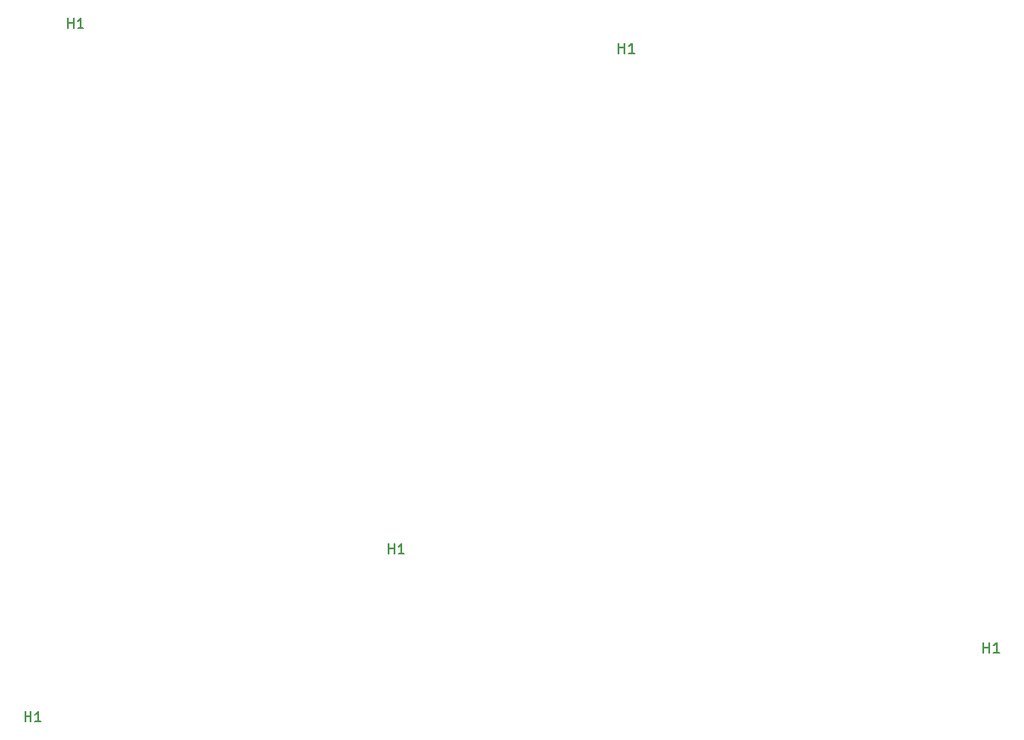
<source format=gbr>
%TF.GenerationSoftware,KiCad,Pcbnew,(5.1.0)-1*%
%TF.CreationDate,2021-02-23T00:40:23+09:00*%
%TF.ProjectId,topplate,746f7070-6c61-4746-952e-6b696361645f,rev?*%
%TF.SameCoordinates,Original*%
%TF.FileFunction,Legend,Top*%
%TF.FilePolarity,Positive*%
%FSLAX46Y46*%
G04 Gerber Fmt 4.6, Leading zero omitted, Abs format (unit mm)*
G04 Created by KiCad (PCBNEW (5.1.0)-1) date 2021-02-23 00:40:23*
%MOMM*%
%LPD*%
G04 APERTURE LIST*
%ADD10C,0.150000*%
G04 APERTURE END LIST*
%TO.C,H1*%
D10*
X96988095Y-133732380D02*
X96988095Y-132732380D01*
X96988095Y-133208571D02*
X97559523Y-133208571D01*
X97559523Y-133732380D02*
X97559523Y-132732380D01*
X98559523Y-133732380D02*
X97988095Y-133732380D01*
X98273809Y-133732380D02*
X98273809Y-132732380D01*
X98178571Y-132875238D01*
X98083333Y-132970476D01*
X97988095Y-133018095D01*
X133238095Y-116952380D02*
X133238095Y-115952380D01*
X133238095Y-116428571D02*
X133809523Y-116428571D01*
X133809523Y-116952380D02*
X133809523Y-115952380D01*
X134809523Y-116952380D02*
X134238095Y-116952380D01*
X134523809Y-116952380D02*
X134523809Y-115952380D01*
X134428571Y-116095238D01*
X134333333Y-116190476D01*
X134238095Y-116238095D01*
X156238095Y-66952380D02*
X156238095Y-65952380D01*
X156238095Y-66428571D02*
X156809523Y-66428571D01*
X156809523Y-66952380D02*
X156809523Y-65952380D01*
X157809523Y-66952380D02*
X157238095Y-66952380D01*
X157523809Y-66952380D02*
X157523809Y-65952380D01*
X157428571Y-66095238D01*
X157333333Y-66190476D01*
X157238095Y-66238095D01*
X101238095Y-64452380D02*
X101238095Y-63452380D01*
X101238095Y-63928571D02*
X101809523Y-63928571D01*
X101809523Y-64452380D02*
X101809523Y-63452380D01*
X102809523Y-64452380D02*
X102238095Y-64452380D01*
X102523809Y-64452380D02*
X102523809Y-63452380D01*
X102428571Y-63595238D01*
X102333333Y-63690476D01*
X102238095Y-63738095D01*
X192638095Y-126832380D02*
X192638095Y-125832380D01*
X192638095Y-126308571D02*
X193209523Y-126308571D01*
X193209523Y-126832380D02*
X193209523Y-125832380D01*
X194209523Y-126832380D02*
X193638095Y-126832380D01*
X193923809Y-126832380D02*
X193923809Y-125832380D01*
X193828571Y-125975238D01*
X193733333Y-126070476D01*
X193638095Y-126118095D01*
%TD*%
M02*

</source>
